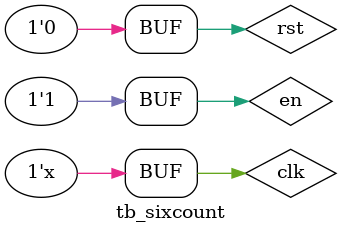
<source format=v>
`timescale 1ns / 1ps


module tb_sixcount(

    );
    reg rst;
    reg clk;
    reg en;
    wire [3:0] count;
    wire co;
    initial begin
        rst = 0;
        clk = 0;
        en = 0;
        #100
        rst = 1;
        #40
        rst = 0;
        en = 1;
    end
    
    always #10 clk = ~clk;
sixcount sixcount(
.rst    (rst),
.clk    (clk),
.en     (en),
.count  (count),
.co     (co)
);
endmodule

</source>
